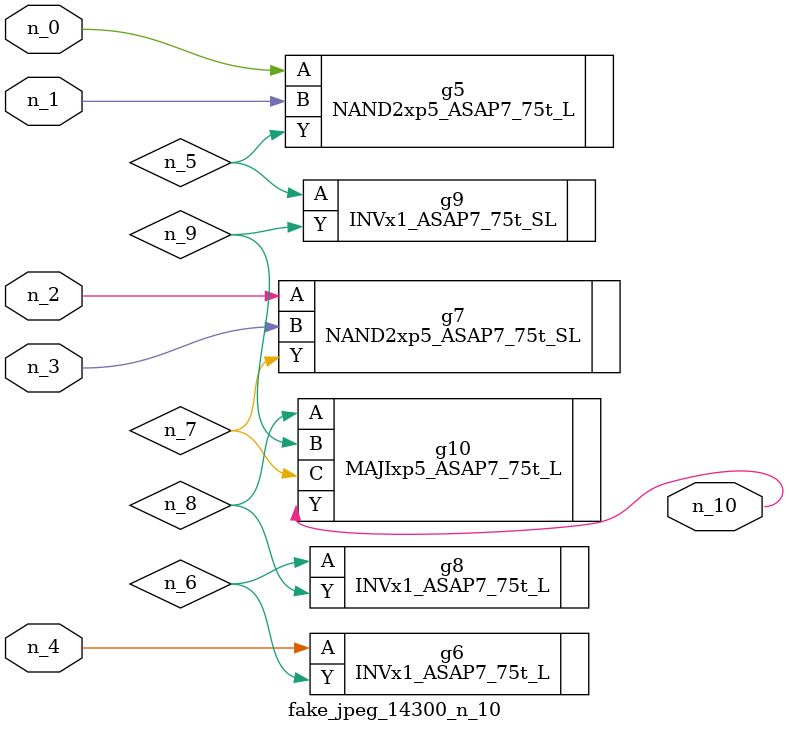
<source format=v>
module fake_jpeg_14300_n_10 (n_3, n_2, n_1, n_0, n_4, n_10);

input n_3;
input n_2;
input n_1;
input n_0;
input n_4;

output n_10;

wire n_8;
wire n_9;
wire n_6;
wire n_5;
wire n_7;

NAND2xp5_ASAP7_75t_L g5 ( 
.A(n_0),
.B(n_1),
.Y(n_5)
);

INVx1_ASAP7_75t_L g6 ( 
.A(n_4),
.Y(n_6)
);

NAND2xp5_ASAP7_75t_SL g7 ( 
.A(n_2),
.B(n_3),
.Y(n_7)
);

INVx1_ASAP7_75t_L g8 ( 
.A(n_6),
.Y(n_8)
);

MAJIxp5_ASAP7_75t_L g10 ( 
.A(n_8),
.B(n_9),
.C(n_7),
.Y(n_10)
);

INVx1_ASAP7_75t_SL g9 ( 
.A(n_5),
.Y(n_9)
);


endmodule
</source>
